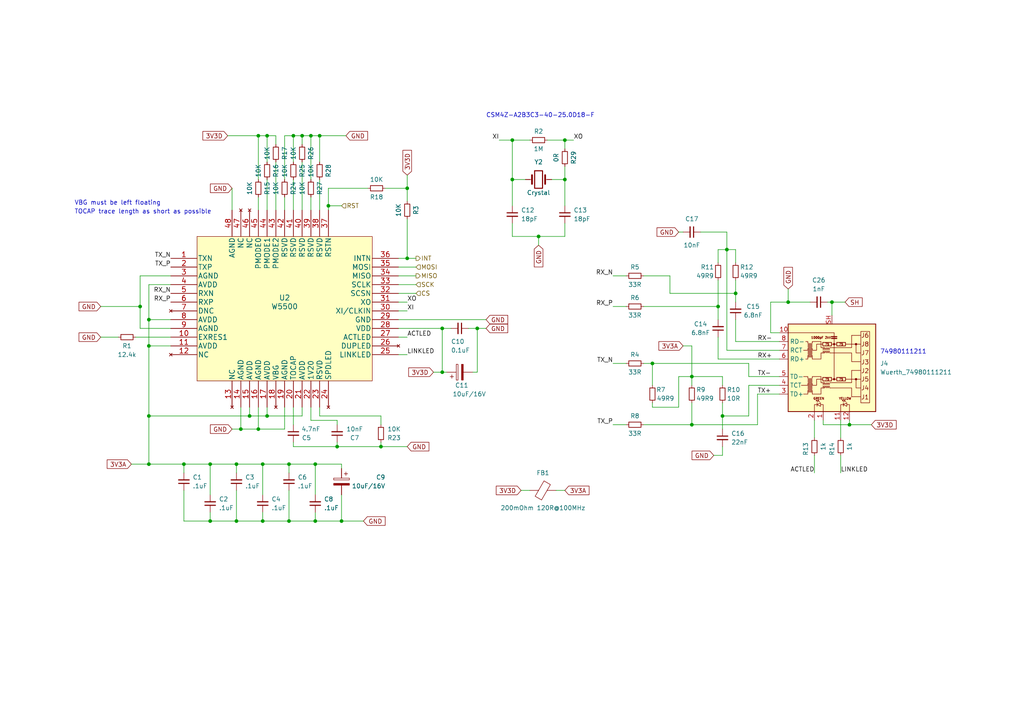
<source format=kicad_sch>
(kicad_sch (version 20211123) (generator eeschema)
  (paper "A4")
  (title_block (title "Wiznet W5500 Ethernet Controller") (date "2022-06-27") (rev "A") (company "Tampere University") (comment 1 "Christian Kaarre"))
  (lib_symbols
    (symbol "Device:C_Polarized" (pin_numbers hide) (pin_names (offset 0.254))
      (property "Reference" "C" (at 0.635 2.54 0))
      (property "Value" "C_Polarized" (at 0.635 -2.54 0))
      (symbol "C_Polarized_0_1"
        (rectangle (start -2.286 0.508) (end 2.286 1.016))
        (polyline (pts (xy -1.778 2.286) (xy -0.762 2.286)))
        (polyline (pts (xy -1.27 2.794) (xy -1.27 1.778)))
        (rectangle (start 2.286 -0.508) (end -2.286 -1.016) (fill (type outline)))
      )
      (symbol "C_Polarized_1_1"
        (pin passive line (at 0 3.81 270) (length 2.794) (name "~") (number "1"))
        (pin passive line (at 0 -3.81 90) (length 2.794) (name "~") (number "2"))
      )
    )
    (symbol "Device:C_Small" (pin_numbers hide) (pin_names (offset 0.254) hide)
      (property "Reference" "C" (at 0.254 1.778 0))
      (property "Value" "C_Small" (at 0.254 -2.032 0))
      (symbol "C_Small_0_1"
        (polyline (pts (xy -1.524 -0.508) (xy 1.524 -0.508)) (stroke (width 0.3302)))
        (polyline (pts (xy -1.524 0.508) (xy 1.524 0.508)) (stroke (width 0.3048)))
      )
      (symbol "C_Small_1_1"
        (pin passive line (at 0 2.54 270) (length 2.032) (name "~") (number "1"))
        (pin passive line (at 0 -2.54 90) (length 2.032) (name "~") (number "2"))
      )
    )
    (symbol "Device:Crystal" (pin_numbers hide) (pin_names (offset 1.016) hide)
      (property "Reference" "Y" (at 0 3.81 0))
      (property "Value" "Crystal" (at 0 -3.81 0))
      (symbol "Crystal_0_1"
        (rectangle (start -1.143 2.54) (end 1.143 -2.54) (stroke (width 0.3048)))
        (polyline (pts (xy -2.54 0) (xy -1.905 0)))
        (polyline (pts (xy -1.905 -1.27) (xy -1.905 1.27)) (stroke (width 0.508)))
        (polyline (pts (xy 1.905 -1.27) (xy 1.905 1.27)) (stroke (width 0.508)))
        (polyline (pts (xy 2.54 0) (xy 1.905 0)))
      )
      (symbol "Crystal_1_1"
        (pin passive line (at -3.81 0 0) (length 1.27) (name "1") (number "1"))
        (pin passive line (at 3.81 0 180) (length 1.27) (name "2") (number "2"))
      )
    )
    (symbol "Device:FerriteBead" (pin_numbers hide) (pin_names (offset 0))
      (property "Reference" "FB" (at -3.81 0.635 90))
      (property "Value" "FerriteBead" (at 3.81 0 90))
      (symbol "FerriteBead_0_1"
        (polyline (pts (xy 0 -1.27) (xy 0 -1.2192)))
        (polyline (pts (xy 0 1.27) (xy 0 1.2954)))
        (polyline (pts (xy -2.7686 0.4064) (xy -1.7018 2.2606) (xy 2.7686 -0.3048) (xy 1.6764 -2.159) (xy -2.7686 0.4064)))
      )
      (symbol "FerriteBead_1_1"
        (pin passive line (at 0 3.81 270) (length 2.54) (name "~") (number "1"))
        (pin passive line (at 0 -3.81 90) (length 2.54) (name "~") (number "2"))
      )
    )
    (symbol "Device:R_Small" (pin_numbers hide) (pin_names (offset 0.254) hide)
      (property "Reference" "R" (at 0.762 0.508 0))
      (property "Value" "R_Small" (at 0.762 -1.016 0))
      (symbol "R_Small_0_1"
        (rectangle (start -0.762 1.778) (end 0.762 -1.778) (stroke (width 0.2032)))
      )
      (symbol "R_Small_1_1"
        (pin passive line (at 0 2.54 270) (length 0.762) (name "~") (number "1"))
        (pin passive line (at 0 -2.54 90) (length 0.762) (name "~") (number "2"))
      )
    )
    (symbol "Wiznet:W5500" (pin_names (offset 0.254))
      (property "Reference" "U" (at 22.86 -26.67 0))
      (property "Value" "W5500" (at -1.27 43.18 0))
      (symbol "W5500_1_1"
        (rectangle (start -26.67 17.78) (end 24.13 -24.13) (fill (type background)))
        (pin unspecified line (at -34.29 11.43 0) (length 7.62) (name "TXN") (number "1"))
        (pin unspecified line (at -34.29 -11.43 0) (length 7.62) (name "EXRES1") (number "10"))
        (pin power_in line (at -34.29 -13.97 0) (length 7.62) (name "AVDD") (number "11"))
        (pin no_connect line (at -34.29 -16.51 0) (length 7.62) (name "NC") (number "12"))
        (pin no_connect line (at -16.51 -31.75 90) (length 7.62) (name "NC") (number "13"))
        (pin power_in line (at -13.97 -31.75 90) (length 7.62) (name "AGND") (number "14"))
        (pin power_in line (at -11.43 -31.75 90) (length 7.62) (name "AVDD") (number "15"))
        (pin power_in line (at -8.89 -31.75 90) (length 7.62) (name "AGND") (number "16"))
        (pin power_in line (at -6.35 -31.75 90) (length 7.62) (name "AVDD") (number "17"))
        (pin no_connect line (at -3.81 -31.75 90) (length 7.62) (name "VBG") (number "18"))
        (pin power_in line (at -1.27 -31.75 90) (length 7.62) (name "AGND") (number "19"))
        (pin unspecified line (at -34.29 8.89 0) (length 7.62) (name "TXP") (number "2"))
        (pin unspecified line (at 1.27 -31.75 90) (length 7.62) (name "TOCAP") (number "20"))
        (pin power_in line (at 3.81 -31.75 90) (length 7.62) (name "AVDD") (number "21"))
        (pin unspecified line (at 6.35 -31.75 90) (length 7.62) (name "1V20") (number "22"))
        (pin input line (at 8.89 -31.75 90) (length 7.62) (name "RSVD") (number "23"))
        (pin no_connect line (at 11.43 -31.75 90) (length 7.62) (name "SPDLED") (number "24"))
        (pin unspecified line (at 31.75 -16.51 180) (length 7.62) (name "LINKLED") (number "25"))
        (pin no_connect line (at 31.75 -13.97 180) (length 7.62) (name "DUPLED") (number "26"))
        (pin unspecified line (at 31.75 -11.43 180) (length 7.62) (name "ACTLED") (number "27"))
        (pin power_in line (at 31.75 -8.89 180) (length 7.62) (name "VDD") (number "28"))
        (pin power_in line (at 31.75 -6.35 180) (length 7.62) (name "GND") (number "29"))
        (pin power_in line (at -34.29 6.35 0) (length 7.62) (name "AGND") (number "3"))
        (pin unspecified line (at 31.75 -3.81 180) (length 7.62) (name "XI/CLKIN") (number "30"))
        (pin unspecified line (at 31.75 -1.27 180) (length 7.62) (name "XO") (number "31"))
        (pin unspecified line (at 31.75 1.27 180) (length 7.62) (name "SCSN") (number "32"))
        (pin unspecified line (at 31.75 3.81 180) (length 7.62) (name "SCLK") (number "33"))
        (pin unspecified line (at 31.75 6.35 180) (length 7.62) (name "MISO") (number "34"))
        (pin unspecified line (at 31.75 8.89 180) (length 7.62) (name "MOSI") (number "35"))
        (pin unspecified line (at 31.75 11.43 180) (length 7.62) (name "INTN") (number "36"))
        (pin unspecified line (at 11.43 25.4 270) (length 7.62) (name "RSTN") (number "37"))
        (pin input line (at 8.89 25.4 270) (length 7.62) (name "RSVD") (number "38"))
        (pin input line (at 6.35 25.4 270) (length 7.62) (name "RSVD") (number "39"))
        (pin power_in line (at -34.29 3.81 0) (length 7.62) (name "AVDD") (number "4"))
        (pin input line (at 3.81 25.4 270) (length 7.62) (name "RSVD") (number "40"))
        (pin input line (at 1.27 25.4 270) (length 7.62) (name "RSVD") (number "41"))
        (pin input line (at -1.27 25.4 270) (length 7.62) (name "RSVD") (number "42"))
        (pin bidirectional line (at -3.81 25.4 270) (length 7.62) (name "PMODE2") (number "43"))
        (pin bidirectional line (at -6.35 25.4 270) (length 7.62) (name "PMODE1") (number "44"))
        (pin bidirectional line (at -8.89 25.4 270) (length 7.62) (name "PMODE0") (number "45"))
        (pin no_connect line (at -11.43 25.4 270) (length 7.62) (name "NC") (number "46"))
        (pin no_connect line (at -13.97 25.4 270) (length 7.62) (name "NC") (number "47"))
        (pin power_in line (at -16.51 25.4 270) (length 7.62) (name "AGND") (number "48"))
        (pin unspecified line (at -34.29 1.27 0) (length 7.62) (name "RXN") (number "5"))
        (pin unspecified line (at -34.29 -1.27 0) (length 7.62) (name "RXP") (number "6"))
        (pin no_connect line (at -34.29 -3.81 0) (length 7.62) (name "DNC") (number "7"))
        (pin power_in line (at -34.29 -6.35 0) (length 7.62) (name "AVDD") (number "8"))
        (pin power_in line (at -34.29 -8.89 0) (length 7.62) (name "AGND") (number "9"))
      )
    )
    (symbol "Wuerth:Wuerth_74980111211"
      (property "Reference" "J" (at 12.7 13.97 0))
      (property "Value" "Wuerth_74980111211" (at 0 -16.51 0))
      (symbol "Wuerth_74980111211_0_0"
        (rectangle (start -12.7 12.7) (end 12.7 -12.7) (stroke (width 0.254)) (fill (type background)))
        (polyline (pts (xy -3.937 -6.858) (xy -8.255 -6.858)))
        (polyline (pts (xy -3.937 3.302) (xy -8.255 3.302)))
        (polyline (pts (xy -0.635 -10.16) (xy 12.7 -10.16)))
        (polyline (pts (xy 8.255 -5.08) (xy 6.985 -5.08)))
        (polyline (pts (xy 8.89 5.08) (xy 6.985 5.08)))
        (polyline (pts (xy 0.635 -4.318) (xy -5.715 -4.318) (xy -5.715 -1.778) (xy -8.255 -1.778)))
        (polyline (pts (xy 0.635 5.842) (xy -5.715 5.842) (xy -5.715 8.382) (xy -8.255 8.382)))
        (polyline (pts (xy 2.667 -6.858) (xy 4.445 -6.858) (xy 4.445 -5.08) (xy 5.715 -5.08)))
        (polyline (pts (xy 2.667 3.302) (xy 4.445 3.302) (xy 4.445 5.08) (xy 5.715 5.08)))
        (text "1000pF 2kV" (at 3.175 -8.763 0) (effects (font (size 0.635 0.635))))
        (text "75" (at -2.667 -6.858 0) (effects (font (size 0.635 0.635))))
        (text "75" (at -2.667 3.302 0) (effects (font (size 0.635 0.635))))
        (text "75" (at 1.397 -6.858 0) (effects (font (size 0.635 0.635))))
        (text "75" (at 1.397 3.302 0) (effects (font (size 0.635 0.635))))
        (text "GREEN" (at 3.81 8.89 0) (effects (font (size 0.635 0.635))))
        (text "J1" (at -10.795 8.509 0) (effects (font (size 1.27 1.27)) (justify left)))
        (text "J2" (at -10.795 0.889 0) (effects (font (size 1.27 1.27)) (justify left)))
        (text "J3" (at -10.795 -1.651 0) (effects (font (size 1.27 1.27)) (justify left)))
        (text "J4" (at -10.795 5.842 0) (effects (font (size 1.27 1.27)) (justify left)))
        (text "J5" (at -10.795 3.302 0) (effects (font (size 1.27 1.27)) (justify left)))
        (text "J6" (at -10.795 -9.398 0) (effects (font (size 1.27 1.27)) (justify left)))
        (text "J7" (at -10.795 -4.318 0) (effects (font (size 1.27 1.27)) (justify left)))
        (text "J8" (at -10.795 -6.858 0) (effects (font (size 1.27 1.27)) (justify left)))
        (text "YELLOW" (at -3.81 8.89 0) (effects (font (size 0.635 0.635))))
      )
      (symbol "Wuerth_74980111211_0_1"
        (rectangle (start -8.382 -10.541) (end -10.922 10.16))
        (circle (center -6.985 -6.858) (radius 0.254) (fill (type outline)))
        (circle (center -6.985 3.302) (radius 0.254) (fill (type outline)))
        (rectangle (start -3.937 -7.366) (end -1.397 -6.35) (stroke (width 0.2032)))
        (rectangle (start -3.937 2.794) (end -1.397 3.81) (stroke (width 0.2032)))
        (circle (center -0.635 -6.858) (radius 0.254) (fill (type outline)))
        (circle (center -0.635 3.302) (radius 0.254) (fill (type outline)))
        (polyline (pts (xy -5.715 -9.398) (xy -8.255 -9.398)))
        (polyline (pts (xy -5.715 0.762) (xy -8.255 0.762)))
        (polyline (pts (xy -3.556 9.398) (xy -4.064 9.906)))
        (polyline (pts (xy -3.302 11.176) (xy -3.302 10.16)))
        (polyline (pts (xy -3.048 9.398) (xy -3.556 9.906)))
        (polyline (pts (xy -1.397 -9.017) (xy 0.127 -9.017)) (stroke (width 0.3302)))
        (polyline (pts (xy -1.397 -8.509) (xy 0.127 -8.509)) (stroke (width 0.3048)))
        (polyline (pts (xy -0.635 3.302) (xy -1.397 3.302)))
        (polyline (pts (xy 0.127 -6.858) (xy -1.397 -6.858)))
        (polyline (pts (xy 0.635 -5.334) (xy 2.667 -5.334)))
        (polyline (pts (xy 0.635 4.826) (xy 2.667 4.826)))
        (polyline (pts (xy 2.667 -4.826) (xy 0.635 -4.826)))
        (polyline (pts (xy 2.667 5.334) (xy 0.635 5.334)))
        (polyline (pts (xy 4.064 9.398) (xy 3.556 9.906)))
        (polyline (pts (xy 4.318 11.176) (xy 4.318 10.16)))
        (polyline (pts (xy 4.572 9.398) (xy 4.064 9.906)))
        (polyline (pts (xy 6.223 -3.048) (xy 6.223 -7.112)))
        (polyline (pts (xy 6.223 7.112) (xy 6.223 3.048)))
        (polyline (pts (xy 6.477 -7.112) (xy 6.477 -3.048)))
        (polyline (pts (xy 6.477 3.048) (xy 6.477 7.112)))
        (polyline (pts (xy -6.985 -6.858) (xy -6.985 -4.318) (xy -8.255 -4.318)))
        (polyline (pts (xy -6.985 3.302) (xy -6.985 5.842) (xy -8.255 5.842)))
        (polyline (pts (xy -5.08 12.7) (xy -5.08 10.668) (xy -4.318 10.668)))
        (polyline (pts (xy -3.556 9.652) (xy -3.556 9.398) (xy -3.81 9.398)))
        (polyline (pts (xy -3.048 9.652) (xy -3.048 9.398) (xy -3.302 9.398)))
        (polyline (pts (xy -2.54 12.7) (xy -2.54 10.668) (xy -3.302 10.668)))
        (polyline (pts (xy -0.635 -10.16) (xy -0.635 3.302) (xy 0 3.302)))
        (polyline (pts (xy 0.635 -5.842) (xy -5.715 -5.842) (xy -5.715 -9.398)))
        (polyline (pts (xy 0.635 4.318) (xy -5.715 4.318) (xy -5.715 0.762)))
        (polyline (pts (xy 2.54 12.7) (xy 2.54 10.668) (xy 3.302 10.668)))
        (polyline (pts (xy 4.064 9.652) (xy 4.064 9.398) (xy 3.81 9.398)))
        (polyline (pts (xy 4.572 9.652) (xy 4.572 9.398) (xy 4.318 9.398)))
        (polyline (pts (xy 5.08 12.7) (xy 5.08 10.668) (xy 4.318 10.668)))
        (polyline (pts (xy 6.985 -7.112) (xy 6.985 -7.62) (xy 7.62 -7.62)))
        (polyline (pts (xy 6.985 -3.048) (xy 6.985 -2.54) (xy 7.62 -2.54)))
        (polyline (pts (xy 6.985 3.048) (xy 6.985 2.54) (xy 8.255 2.54)))
        (polyline (pts (xy 6.985 7.112) (xy 6.985 7.62) (xy 8.255 7.62)))
        (polyline (pts (xy -3.302 10.668) (xy -4.318 11.176) (xy -4.318 10.16) (xy -3.302 10.668)))
        (polyline (pts (xy 4.318 10.668) (xy 3.302 11.176) (xy 3.302 10.16) (xy 4.318 10.668)))
        (polyline (pts (xy 2.667 -4.318) (xy 3.175 -4.318) (xy 3.175 -2.54) (xy 5.715 -2.54) (xy 5.715 -3.048)))
        (polyline (pts (xy 2.667 5.842) (xy 3.175 5.842) (xy 3.175 7.62) (xy 5.715 7.62) (xy 5.715 7.112)))
        (polyline (pts (xy 5.715 -7.112) (xy 5.715 -7.62) (xy 3.175 -7.62) (xy 3.175 -5.842) (xy 2.667 -5.842)))
        (polyline (pts (xy 5.715 3.048) (xy 5.715 2.54) (xy 3.175 2.54) (xy 3.175 4.318) (xy 2.667 4.318)))
        (rectangle (start 0.127 -7.366) (end 2.667 -6.35) (stroke (width 0.2032)))
        (rectangle (start 0.127 2.794) (end 2.667 3.81) (stroke (width 0.2032)))
        (arc (start 0.635 -4.318) (mid 0.889 -4.572) (end 1.143 -4.318))
        (arc (start 0.635 5.842) (mid 0.889 5.588) (end 1.143 5.842))
        (arc (start 1.143 -5.842) (mid 0.889 -5.588) (end 0.635 -5.842))
        (arc (start 1.143 -4.318) (mid 1.397 -4.572) (end 1.651 -4.318))
        (arc (start 1.143 4.318) (mid 0.889 4.572) (end 0.635 4.318))
        (arc (start 1.143 5.842) (mid 1.397 5.588) (end 1.651 5.842))
        (arc (start 1.651 -5.842) (mid 1.397 -5.588) (end 1.143 -5.842))
        (arc (start 1.651 -4.318) (mid 1.905 -4.572) (end 2.159 -4.318))
        (arc (start 1.651 4.318) (mid 1.397 4.572) (end 1.143 4.318))
        (arc (start 1.651 5.842) (mid 1.905 5.588) (end 2.159 5.842))
        (arc (start 2.159 -5.842) (mid 1.905 -5.588) (end 1.651 -5.842))
        (arc (start 2.159 -4.318) (mid 2.413 -4.572) (end 2.667 -4.318))
        (arc (start 2.159 4.318) (mid 1.905 4.572) (end 1.651 4.318))
        (arc (start 2.159 5.842) (mid 2.413 5.588) (end 2.667 5.842))
        (circle (center 2.413 -5.8674) (radius 0.0762) (stroke (width 0.0254)) (fill (type outline)))
        (circle (center 2.413 -4.2926) (radius 0.0762) (stroke (width 0.0254)) (fill (type outline)))
        (circle (center 2.413 4.2926) (radius 0.0762) (stroke (width 0.0254)) (fill (type outline)))
        (circle (center 2.413 5.8674) (radius 0.0762) (stroke (width 0.0254)) (fill (type outline)))
        (arc (start 2.667 -5.842) (mid 2.413 -5.588) (end 2.159 -5.842))
        (arc (start 2.667 4.318) (mid 2.413 4.572) (end 2.159 4.318))
        (circle (center 5.6896 -5.334) (radius 0.0762) (stroke (width 0.0254)) (fill (type outline)))
        (circle (center 5.6896 -3.302) (radius 0.0762) (stroke (width 0.0254)) (fill (type outline)))
        (circle (center 5.6896 4.826) (radius 0.0762) (stroke (width 0.0254)) (fill (type outline)))
        (circle (center 5.6896 6.858) (radius 0.0762) (stroke (width 0.0254)) (fill (type outline)))
        (arc (start 5.715 -7.112) (mid 5.969 -6.858) (end 5.715 -6.604))
        (arc (start 5.715 -6.604) (mid 5.969 -6.35) (end 5.715 -6.096))
        (arc (start 5.715 -6.096) (mid 5.969 -5.842) (end 5.715 -5.588))
        (arc (start 5.715 -5.588) (mid 5.969 -5.334) (end 5.715 -5.08))
        (arc (start 5.715 -5.08) (mid 5.969 -4.826) (end 5.715 -4.572))
        (arc (start 5.715 -4.572) (mid 5.969 -4.318) (end 5.715 -4.064))
        (arc (start 5.715 -4.064) (mid 5.969 -3.81) (end 5.715 -3.556))
        (arc (start 5.715 -3.556) (mid 5.969 -3.302) (end 5.715 -3.048))
        (arc (start 5.715 3.048) (mid 5.969 3.302) (end 5.715 3.556))
        (arc (start 5.715 3.556) (mid 5.969 3.81) (end 5.715 4.064))
        (arc (start 5.715 4.064) (mid 5.969 4.318) (end 5.715 4.572))
        (arc (start 5.715 4.572) (mid 5.969 4.826) (end 5.715 5.08))
        (arc (start 5.715 5.08) (mid 5.969 5.334) (end 5.715 5.588))
        (arc (start 5.715 5.588) (mid 5.969 5.842) (end 5.715 6.096))
        (arc (start 5.715 6.096) (mid 5.969 6.35) (end 5.715 6.604))
        (arc (start 5.715 6.604) (mid 5.969 6.858) (end 5.715 7.112))
        (arc (start 6.985 -6.604) (mid 6.731 -6.858) (end 6.985 -7.112))
        (arc (start 6.985 -6.096) (mid 6.731 -6.35) (end 6.985 -6.604))
        (arc (start 6.985 -5.588) (mid 6.731 -5.842) (end 6.985 -6.096))
        (arc (start 6.985 -5.08) (mid 6.731 -5.334) (end 6.985 -5.588))
        (arc (start 6.985 -4.572) (mid 6.731 -4.826) (end 6.985 -5.08))
        (arc (start 6.985 -4.064) (mid 6.731 -4.318) (end 6.985 -4.572))
        (arc (start 6.985 -3.556) (mid 6.731 -3.81) (end 6.985 -4.064))
        (arc (start 6.985 -3.048) (mid 6.731 -3.302) (end 6.985 -3.556))
        (arc (start 6.985 3.556) (mid 6.731 3.302) (end 6.985 3.048))
        (arc (start 6.985 4.064) (mid 6.731 3.81) (end 6.985 3.556))
        (arc (start 6.985 4.572) (mid 6.731 4.318) (end 6.985 4.064))
        (arc (start 6.985 5.08) (mid 6.731 4.826) (end 6.985 4.572))
        (arc (start 6.985 5.588) (mid 6.731 5.334) (end 6.985 5.08))
        (arc (start 6.985 6.096) (mid 6.731 5.842) (end 6.985 5.588))
        (arc (start 6.985 6.604) (mid 6.731 6.35) (end 6.985 6.096))
        (arc (start 6.985 7.112) (mid 6.731 6.858) (end 6.985 6.604))
        (circle (center 7.0104 -5.334) (radius 0.0762) (stroke (width 0.0254)) (fill (type outline)))
        (circle (center 7.0104 -3.302) (radius 0.0762) (stroke (width 0.0254)) (fill (type outline)))
        (circle (center 7.0104 4.826) (radius 0.0762) (stroke (width 0.0254)) (fill (type outline)))
        (circle (center 7.0104 6.858) (radius 0.0762) (stroke (width 0.0254)) (fill (type outline)))
      )
      (symbol "Wuerth_74980111211_1_1"
        (pin passive line (at 2.54 15.24 270) (length 2.54) (name "~") (number "1"))
        (pin passive line (at 15.24 -10.16 180) (length 2.54) (name "~") (number "10"))
        (pin passive line (at -2.54 15.24 270) (length 2.54) (name "~") (number "11"))
        (pin passive line (at -5.08 15.24 270) (length 2.54) (name "~") (number "12"))
        (pin passive line (at 5.08 15.24 270) (length 2.54) (name "~") (number "2"))
        (pin passive line (at 15.24 7.62 180) (length 2.54) (name "TD+") (number "3"))
        (pin passive line (at 15.24 5.08 180) (length 2.54) (name "TCT") (number "4"))
        (pin passive line (at 15.24 2.54 180) (length 2.54) (name "TD-") (number "5"))
        (pin passive line (at 15.24 -2.54 180) (length 2.54) (name "RD+") (number "6"))
        (pin passive line (at 15.24 -5.08 180) (length 2.54) (name "RCT") (number "7"))
        (pin passive line (at 15.24 -7.62 180) (length 2.54) (name "RD-") (number "8"))
        (pin passive line (at 0 -15.24 90) (length 2.54) (name "~") (number "SH"))
      )
    )
  )
  (junction (at 156.21 68.58))
  (junction (at 60.96 134.62))
  (junction (at 128.27 95.25))
  (junction (at 241.3 87.63))
  (junction (at 163.83 40.64))
  (junction (at 200.66 109.22))
  (junction (at 74.93 39.37))
  (junction (at 91.44 151.13))
  (junction (at 228.6 87.63))
  (junction (at 99.06 151.13))
  (junction (at 72.39 120.65))
  (junction (at 95.25 59.69))
  (junction (at 60.96 151.13))
  (junction (at 246.38 123.19))
  (junction (at 90.17 39.37))
  (junction (at 83.82 134.62))
  (junction (at 110.49 129.54))
  (junction (at 97.79 129.54))
  (junction (at 128.27 107.95))
  (junction (at 118.11 74.93))
  (junction (at 68.58 134.62))
  (junction (at 43.18 120.65))
  (junction (at 210.82 72.39))
  (junction (at 40.64 88.9))
  (junction (at 43.18 134.62))
  (junction (at 148.59 40.64))
  (junction (at 76.2 134.62))
  (junction (at 77.47 39.37))
  (junction (at 43.18 100.33))
  (junction (at 189.23 105.41))
  (junction (at 43.18 92.71))
  (junction (at 163.83 52.07))
  (junction (at 148.59 52.07))
  (junction (at 200.66 123.19))
  (junction (at 213.36 85.09))
  (junction (at 76.2 151.13))
  (junction (at 83.82 151.13))
  (junction (at 87.63 39.37))
  (junction (at 209.55 120.65))
  (junction (at 138.43 95.25))
  (junction (at 53.34 134.62))
  (junction (at 68.58 151.13))
  (junction (at 118.11 54.61))
  (junction (at 77.47 120.65))
  (junction (at 91.44 134.62))
  (junction (at 92.71 39.37))
  (junction (at 85.09 39.37))
  (junction (at 69.85 124.46))
  (junction (at 208.28 88.9))
  (junction (at 74.93 124.46))
  (wire (pts (xy 72.39 120.65) (xy 43.18 120.65)))
  (wire (pts (xy 53.34 151.13) (xy 60.96 151.13)))
  (wire (pts (xy 189.23 105.41) (xy 217.17 105.41)))
  (wire (pts (xy 118.11 90.17) (xy 115.57 90.17)))
  (wire (pts (xy 177.8 80.01) (xy 181.61 80.01)))
  (wire (pts (xy 69.85 124.46) (xy 74.93 124.46)))
  (wire (pts (xy 120.65 82.55) (xy 115.57 82.55)))
  (wire (pts (xy 74.93 124.46) (xy 82.55 124.46)))
  (wire (pts (xy 138.43 95.25) (xy 140.97 95.25)))
  (wire (pts (xy 186.69 123.19) (xy 200.66 123.19)))
  (wire (pts (xy 120.65 80.01) (xy 115.57 80.01)))
  (wire (pts (xy 43.18 100.33) (xy 43.18 120.65)))
  (wire (pts (xy 177.8 88.9) (xy 181.61 88.9)))
  (wire (pts (xy 40.64 80.01) (xy 49.53 80.01)))
  (wire (pts (xy 163.83 52.07) (xy 163.83 59.69)))
  (wire (pts (xy 83.82 151.13) (xy 91.44 151.13)))
  (wire (pts (xy 91.44 151.13) (xy 91.44 148.59)))
  (wire (pts (xy 228.6 87.63) (xy 234.95 87.63)))
  (wire (pts (xy 189.23 118.11) (xy 196.85 118.11)))
  (wire (pts (xy 60.96 143.51) (xy 60.96 134.62)))
  (wire (pts (xy 151.13 142.24) (xy 153.67 142.24)))
  (wire (pts (xy 118.11 97.79) (xy 115.57 97.79)))
  (wire (pts (xy 85.09 128.27) (xy 85.09 129.54)))
  (wire (pts (xy 148.59 68.58) (xy 156.21 68.58)))
  (wire (pts (xy 213.36 85.09) (xy 213.36 87.63)))
  (wire (pts (xy 156.21 68.58) (xy 163.83 68.58)))
  (wire (pts (xy 90.17 121.92) (xy 97.79 121.92)))
  (wire (pts (xy 77.47 39.37) (xy 77.47 46.99)))
  (wire (pts (xy 243.84 121.92) (xy 243.84 127)))
  (wire (pts (xy 194.31 85.09) (xy 213.36 85.09)))
  (wire (pts (xy 194.31 80.01) (xy 194.31 85.09)))
  (wire (pts (xy 228.6 83.82) (xy 228.6 87.63)))
  (wire (pts (xy 77.47 120.65) (xy 72.39 120.65)))
  (wire (pts (xy 120.65 77.47) (xy 115.57 77.47)))
  (wire (pts (xy 163.83 40.64) (xy 163.83 43.18)))
  (wire (pts (xy 210.82 67.31) (xy 203.2 67.31)))
  (wire (pts (xy 236.22 121.92) (xy 236.22 127)))
  (wire (pts (xy 83.82 142.24) (xy 83.82 151.13)))
  (wire (pts (xy 241.3 87.63) (xy 245.11 87.63)))
  (wire (pts (xy 92.71 39.37) (xy 100.33 39.37)))
  (wire (pts (xy 128.27 95.25) (xy 128.27 107.95)))
  (wire (pts (xy 92.71 118.11) (xy 92.71 120.65)))
  (wire (pts (xy 148.59 52.07) (xy 152.4 52.07)))
  (wire (pts (xy 87.63 39.37) (xy 90.17 39.37)))
  (wire (pts (xy 209.55 116.84) (xy 209.55 120.65)))
  (wire (pts (xy 138.43 95.25) (xy 138.43 107.95)))
  (wire (pts (xy 208.28 72.39) (xy 208.28 76.2)))
  (wire (pts (xy 76.2 151.13) (xy 83.82 151.13)))
  (wire (pts (xy 92.71 39.37) (xy 92.71 46.99)))
  (wire (pts (xy 208.28 97.79) (xy 208.28 104.14)))
  (wire (pts (xy 158.75 40.64) (xy 163.83 40.64)))
  (wire (pts (xy 60.96 148.59) (xy 60.96 151.13)))
  (wire (pts (xy 115.57 95.25) (xy 128.27 95.25)))
  (wire (pts (xy 163.83 64.77) (xy 163.83 68.58)))
  (wire (pts (xy 68.58 134.62) (xy 76.2 134.62)))
  (wire (pts (xy 40.64 80.01) (xy 40.64 88.9)))
  (wire (pts (xy 91.44 143.51) (xy 91.44 134.62)))
  (wire (pts (xy 160.02 52.07) (xy 163.83 52.07)))
  (wire (pts (xy 110.49 120.65) (xy 110.49 123.19)))
  (wire (pts (xy 74.93 39.37) (xy 74.93 52.07)))
  (wire (pts (xy 226.06 111.76) (xy 217.17 111.76)))
  (wire (pts (xy 90.17 39.37) (xy 92.71 39.37)))
  (wire (pts (xy 130.81 95.25) (xy 128.27 95.25)))
  (wire (pts (xy 85.09 52.07) (xy 85.09 60.96)))
  (wire (pts (xy 90.17 39.37) (xy 90.17 52.07)))
  (wire (pts (xy 80.01 41.91) (xy 80.01 39.37)))
  (wire (pts (xy 213.36 81.28) (xy 213.36 85.09)))
  (wire (pts (xy 43.18 82.55) (xy 49.53 82.55)))
  (wire (pts (xy 99.06 143.51) (xy 99.06 151.13)))
  (wire (pts (xy 72.39 120.65) (xy 72.39 118.11)))
  (wire (pts (xy 209.55 109.22) (xy 209.55 111.76)))
  (wire (pts (xy 118.11 102.87) (xy 115.57 102.87)))
  (wire (pts (xy 200.66 116.84) (xy 200.66 123.19)))
  (wire (pts (xy 209.55 120.65) (xy 217.17 120.65)))
  (wire (pts (xy 189.23 116.84) (xy 189.23 118.11)))
  (wire (pts (xy 43.18 82.55) (xy 43.18 92.71)))
  (wire (pts (xy 213.36 92.71) (xy 213.36 99.06)))
  (wire (pts (xy 177.8 123.19) (xy 181.61 123.19)))
  (wire (pts (xy 148.59 40.64) (xy 153.67 40.64)))
  (wire (pts (xy 217.17 105.41) (xy 217.17 109.22)))
  (wire (pts (xy 118.11 50.8) (xy 118.11 54.61)))
  (wire (pts (xy 223.52 87.63) (xy 228.6 87.63)))
  (wire (pts (xy 87.63 120.65) (xy 77.47 120.65)))
  (wire (pts (xy 77.47 120.65) (xy 77.47 118.11)))
  (wire (pts (xy 217.17 111.76) (xy 217.17 120.65)))
  (wire (pts (xy 99.06 151.13) (xy 105.41 151.13)))
  (wire (pts (xy 43.18 92.71) (xy 43.18 100.33)))
  (wire (pts (xy 209.55 129.54) (xy 209.55 132.08)))
  (wire (pts (xy 43.18 92.71) (xy 49.53 92.71)))
  (wire (pts (xy 210.82 72.39) (xy 210.82 67.31)))
  (wire (pts (xy 43.18 134.62) (xy 38.1 134.62)))
  (wire (pts (xy 223.52 87.63) (xy 223.52 96.52)))
  (wire (pts (xy 95.25 54.61) (xy 95.25 59.69)))
  (wire (pts (xy 210.82 101.6) (xy 226.06 101.6)))
  (wire (pts (xy 85.09 129.54) (xy 97.79 129.54)))
  (wire (pts (xy 106.68 54.61) (xy 95.25 54.61)))
  (wire (pts (xy 29.21 97.79) (xy 34.29 97.79)))
  (wire (pts (xy 99.06 134.62) (xy 99.06 135.89)))
  (wire (pts (xy 210.82 72.39) (xy 213.36 72.39)))
  (wire (pts (xy 236.22 132.08) (xy 236.22 137.16)))
  (wire (pts (xy 40.64 88.9) (xy 40.64 95.25)))
  (wire (pts (xy 200.66 100.33) (xy 198.12 100.33)))
  (wire (pts (xy 210.82 72.39) (xy 210.82 101.6)))
  (wire (pts (xy 85.09 39.37) (xy 85.09 46.99)))
  (wire (pts (xy 200.66 109.22) (xy 200.66 100.33)))
  (wire (pts (xy 43.18 100.33) (xy 49.53 100.33)))
  (wire (pts (xy 82.55 52.07) (xy 82.55 39.37)))
  (wire (pts (xy 196.85 109.22) (xy 200.66 109.22)))
  (wire (pts (xy 60.96 134.62) (xy 68.58 134.62)))
  (wire (pts (xy 240.03 87.63) (xy 241.3 87.63)))
  (wire (pts (xy 241.3 87.63) (xy 241.3 91.44)))
  (wire (pts (xy 43.18 120.65) (xy 43.18 134.62)))
  (wire (pts (xy 110.49 128.27) (xy 110.49 129.54)))
  (wire (pts (xy 252.73 123.19) (xy 246.38 123.19)))
  (wire (pts (xy 74.93 118.11) (xy 74.93 124.46)))
  (wire (pts (xy 140.97 92.71) (xy 115.57 92.71)))
  (wire (pts (xy 120.65 85.09) (xy 115.57 85.09)))
  (wire (pts (xy 82.55 118.11) (xy 82.55 124.46)))
  (wire (pts (xy 68.58 151.13) (xy 76.2 151.13)))
  (wire (pts (xy 163.83 40.64) (xy 166.37 40.64)))
  (wire (pts (xy 43.18 134.62) (xy 53.34 134.62)))
  (wire (pts (xy 208.28 88.9) (xy 208.28 92.71)))
  (wire (pts (xy 90.17 118.11) (xy 90.17 121.92)))
  (wire (pts (xy 95.25 59.69) (xy 99.06 59.69)))
  (wire (pts (xy 118.11 74.93) (xy 120.65 74.93)))
  (wire (pts (xy 91.44 134.62) (xy 99.06 134.62)))
  (wire (pts (xy 97.79 128.27) (xy 97.79 129.54)))
  (wire (pts (xy 53.34 142.24) (xy 53.34 151.13)))
  (wire (pts (xy 83.82 137.16) (xy 83.82 134.62)))
  (wire (pts (xy 148.59 64.77) (xy 148.59 68.58)))
  (wire (pts (xy 219.71 114.3) (xy 219.71 123.19)))
  (wire (pts (xy 40.64 95.25) (xy 49.53 95.25)))
  (wire (pts (xy 118.11 54.61) (xy 111.76 54.61)))
  (wire (pts (xy 87.63 39.37) (xy 87.63 41.91)))
  (wire (pts (xy 137.16 107.95) (xy 138.43 107.95)))
  (wire (pts (xy 200.66 123.19) (xy 219.71 123.19)))
  (wire (pts (xy 219.71 114.3) (xy 226.06 114.3)))
  (wire (pts (xy 163.83 142.24) (xy 161.29 142.24)))
  (wire (pts (xy 60.96 151.13) (xy 68.58 151.13)))
  (wire (pts (xy 129.54 107.95) (xy 128.27 107.95)))
  (wire (pts (xy 76.2 148.59) (xy 76.2 151.13)))
  (wire (pts (xy 83.82 134.62) (xy 91.44 134.62)))
  (wire (pts (xy 85.09 118.11) (xy 85.09 123.19)))
  (wire (pts (xy 156.21 68.58) (xy 156.21 71.12)))
  (wire (pts (xy 110.49 129.54) (xy 97.79 129.54)))
  (wire (pts (xy 87.63 46.99) (xy 87.63 60.96)))
  (wire (pts (xy 118.11 54.61) (xy 118.11 58.42)))
  (wire (pts (xy 177.8 105.41) (xy 181.61 105.41)))
  (wire (pts (xy 91.44 151.13) (xy 99.06 151.13)))
  (wire (pts (xy 77.47 52.07) (xy 77.47 60.96)))
  (wire (pts (xy 128.27 107.95) (xy 125.73 107.95)))
  (wire (pts (xy 87.63 120.65) (xy 87.63 118.11)))
  (wire (pts (xy 80.01 39.37) (xy 77.47 39.37)))
  (wire (pts (xy 90.17 57.15) (xy 90.17 60.96)))
  (wire (pts (xy 95.25 59.69) (xy 95.25 60.96)))
  (wire (pts (xy 196.85 67.31) (xy 198.12 67.31)))
  (wire (pts (xy 69.85 118.11) (xy 69.85 124.46)))
  (wire (pts (xy 209.55 120.65) (xy 209.55 124.46)))
  (wire (pts (xy 76.2 134.62) (xy 83.82 134.62)))
  (wire (pts (xy 213.36 76.2) (xy 213.36 72.39)))
  (wire (pts (xy 67.31 124.46) (xy 69.85 124.46)))
  (wire (pts (xy 217.17 109.22) (xy 226.06 109.22)))
  (wire (pts (xy 186.69 105.41) (xy 189.23 105.41)))
  (wire (pts (xy 186.69 80.01) (xy 194.31 80.01)))
  (wire (pts (xy 189.23 105.41) (xy 189.23 111.76)))
  (wire (pts (xy 148.59 52.07) (xy 148.59 59.69)))
  (wire (pts (xy 97.79 121.92) (xy 97.79 123.19)))
  (wire (pts (xy 208.28 81.28) (xy 208.28 88.9)))
  (wire (pts (xy 110.49 129.54) (xy 118.11 129.54)))
  (wire (pts (xy 196.85 118.11) (xy 196.85 109.22)))
  (wire (pts (xy 67.31 54.61) (xy 67.31 60.96)))
  (wire (pts (xy 213.36 99.06) (xy 226.06 99.06)))
  (wire (pts (xy 118.11 87.63) (xy 115.57 87.63)))
  (wire (pts (xy 85.09 39.37) (xy 87.63 39.37)))
  (wire (pts (xy 115.57 74.93) (xy 118.11 74.93)))
  (wire (pts (xy 226.06 96.52) (xy 223.52 96.52)))
  (wire (pts (xy 186.69 88.9) (xy 208.28 88.9)))
  (wire (pts (xy 138.43 95.25) (xy 135.89 95.25)))
  (wire (pts (xy 74.93 39.37) (xy 66.04 39.37)))
  (wire (pts (xy 53.34 134.62) (xy 53.34 137.16)))
  (wire (pts (xy 208.28 104.14) (xy 226.06 104.14)))
  (wire (pts (xy 238.76 123.19) (xy 238.76 121.92)))
  (wire (pts (xy 92.71 120.65) (xy 110.49 120.65)))
  (wire (pts (xy 243.84 132.08) (xy 243.84 137.16)))
  (wire (pts (xy 246.38 121.92) (xy 246.38 123.19)))
  (wire (pts (xy 39.37 97.79) (xy 49.53 97.79)))
  (wire (pts (xy 92.71 52.07) (xy 92.71 60.96)))
  (wire (pts (xy 80.01 46.99) (xy 80.01 60.96)))
  (wire (pts (xy 68.58 142.24) (xy 68.58 151.13)))
  (wire (pts (xy 76.2 143.51) (xy 76.2 134.62)))
  (wire (pts (xy 118.11 63.5) (xy 118.11 74.93)))
  (wire (pts (xy 144.78 40.64) (xy 148.59 40.64)))
  (wire (pts (xy 74.93 57.15) (xy 74.93 60.96)))
  (wire (pts (xy 82.55 57.15) (xy 82.55 60.96)))
  (wire (pts (xy 209.55 132.08) (xy 207.01 132.08)))
  (wire (pts (xy 29.21 88.9) (xy 40.64 88.9)))
  (wire (pts (xy 82.55 39.37) (xy 85.09 39.37)))
  (wire (pts (xy 238.76 123.19) (xy 246.38 123.19)))
  (wire (pts (xy 53.34 134.62) (xy 60.96 134.62)))
  (wire (pts (xy 200.66 109.22) (xy 200.66 111.76)))
  (wire (pts (xy 200.66 109.22) (xy 209.55 109.22)))
  (wire (pts (xy 163.83 48.26) (xy 163.83 52.07)))
  (wire (pts (xy 68.58 137.16) (xy 68.58 134.62)))
  (wire (pts (xy 77.47 39.37) (xy 74.93 39.37)))
  (wire (pts (xy 148.59 40.64) (xy 148.59 52.07)))
  (wire (pts (xy 210.82 72.39) (xy 208.28 72.39)))
  (text "CSM4Z-A2B3C3-40-25.0D18-F" (at 140.97 34.29 0) (effects (font (size 1.27 1.27)) (justify left bottom)))
  (text "VBG must be left floating" (at 21.59 59.69 0) (effects (font (size 1.27 1.27)) (justify left bottom)))
  (text "TOCAP trace length as short as possible" (at 21.59 62.23 0) (effects (font (size 1.27 1.27)) (justify left bottom)))
  (text "74980111211" (at 255.27 102.87 0) (effects (font (size 1.27 1.27)) (justify left bottom)))
  (label "TX_P" (at 49.53 77.47 180))
  (label "RX_P" (at 49.53 87.63 180))
  (label "RX_N" (at 177.8 80.01 180))
  (label "LINKLED" (at 243.84 137.16 0))
  (label "TX-" (at 219.71 109.22 0))
  (label "RX+" (at 219.71 104.14 0))
  (label "XI" (at 144.78 40.64 180))
  (label "RX_P" (at 177.8 88.9 180))
  (label "RX-" (at 219.71 99.06 0))
  (label "TX_N" (at 49.53 74.93 180))
  (label "LINKLED" (at 118.11 102.87 0))
  (label "TX_N" (at 177.8 105.41 180))
  (label "ACTLED" (at 118.11 97.79 0))
  (label "XI" (at 118.11 90.17 0))
  (label "XO" (at 118.11 87.63 0))
  (label "ACTLED" (at 236.22 137.16 180))
  (label "XO" (at 166.37 40.64 0))
  (label "TX+" (at 219.71 114.3 0))
  (label "TX_P" (at 177.8 123.19 180))
  (label "RX_N" (at 49.53 85.09 180))
  (global_label "GND" (shape input) (at 118.11 129.54 0) (property "Intersheet References" "${INTERSHEET_REFS}" (effects hide)))
  (global_label "GND" (shape input) (at 207.01 132.08 180) (property "Intersheet References" "${INTERSHEET_REFS}" (effects hide)))
  (global_label "GND" (shape input) (at 100.33 39.37 0) (property "Intersheet References" "${INTERSHEET_REFS}" (effects hide)))
  (global_label "GND" (shape input) (at 29.21 88.9 180) (property "Intersheet References" "${INTERSHEET_REFS}" (effects hide)))
  (global_label "GND" (shape input) (at 196.85 67.31 180) (property "Intersheet References" "${INTERSHEET_REFS}" (effects hide)))
  (global_label "3V3A" (shape input) (at 163.83 142.24 0) (property "Intersheet References" "${INTERSHEET_REFS}" (effects hide)))
  (global_label "GND" (shape input) (at 105.41 151.13 0) (property "Intersheet References" "${INTERSHEET_REFS}" (effects hide)))
  (global_label "3V3D" (shape input) (at 151.13 142.24 180) (property "Intersheet References" "${INTERSHEET_REFS}" (effects hide)))
  (global_label "3V3A" (shape input) (at 198.12 100.33 180) (property "Intersheet References" "${INTERSHEET_REFS}" (effects hide)))
  (global_label "GND" (shape input) (at 67.31 124.46 180) (property "Intersheet References" "${INTERSHEET_REFS}" (effects hide)))
  (global_label "GND" (shape input) (at 67.31 54.61 180) (property "Intersheet References" "${INTERSHEET_REFS}" (effects hide)))
  (global_label "GND" (shape input) (at 156.21 71.12 270) (property "Intersheet References" "${INTERSHEET_REFS}" (effects hide)))
  (global_label "3V3D" (shape input) (at 118.11 50.8 90) (property "Intersheet References" "${INTERSHEET_REFS}" (effects hide)))
  (global_label "SH" (shape input) (at 245.11 87.63 0) (property "Intersheet References" "${INTERSHEET_REFS}" (effects hide)))
  (global_label "3V3D" (shape input) (at 252.73 123.19 0) (property "Intersheet References" "${INTERSHEET_REFS}" (effects hide)))
  (global_label "GND" (shape input) (at 140.97 92.71 0) (property "Intersheet References" "${INTERSHEET_REFS}" (effects hide)))
  (global_label "3V3A" (shape input) (at 38.1 134.62 180) (property "Intersheet References" "${INTERSHEET_REFS}" (effects hide)))
  (global_label "GND" (shape input) (at 29.21 97.79 180) (property "Intersheet References" "${INTERSHEET_REFS}" (effects hide)))
  (global_label "3V3D" (shape input) (at 66.04 39.37 180) (property "Intersheet References" "${INTERSHEET_REFS}" (effects hide)))
  (global_label "GND" (shape input) (at 228.6 83.82 90) (property "Intersheet References" "${INTERSHEET_REFS}" (effects hide)))
  (global_label "GND" (shape input) (at 140.97 95.25 0) (property "Intersheet References" "${INTERSHEET_REFS}" (effects hide)))
  (global_label "3V3D" (shape input) (at 125.73 107.95 180) (property "Intersheet References" "${INTERSHEET_REFS}" (effects hide)))
  (hierarchical_label "RST" (shape input) (at 99.06 59.69 0))
  (hierarchical_label "INT" (shape output) (at 120.65 74.93 0))
  (hierarchical_label "MOSI" (shape input) (at 120.65 77.47 0))
  (hierarchical_label "CS" (shape input) (at 120.65 85.09 0))
  (hierarchical_label "SCK" (shape input) (at 120.65 82.55 0))
  (hierarchical_label "MISO" (shape output) (at 120.65 80.01 0))
  (symbol (lib_id "Device:R_Small") (at 189.23 114.3 180) (unit 1)
    (property "Reference" "R7" (at 193.04 113.03 0) (effects (justify left)))
    (property "Value" "49R9" (at 195.58 115.57 0) (effects (justify left)))
    (property "Footprint" "Resistor_SMD:R_0402_1005Metric" (effects hide))
    (property "LCSC" " C144754" (effects hide))
  )
  (symbol (lib_id "Device:R_Small") (at 80.01 44.45 0) (unit 1)
    (property "Reference" "R17" (at 82.55 44.45 90))
    (property "Value" "10K" (at 77.47 44.45 90))
    (property "Footprint" "Resistor_SMD:R_0402_1005Metric" (effects hide))
    (property "LCSC" "C25744" (effects hide))
  )
  (symbol (lib_id "Device:C_Polarized") (at 99.06 139.7 0) (mirror y) (unit 1)
    (property "Reference" "C9" (at 111.76 138.43 0) (effects (justify left)))
    (property "Value" "10uF/16V" (at 111.76 140.97 0) (effects (justify left)))
    (property "Footprint" "Capacitor_SMD:C_0402_1005Metric" (effects hide))
    (property "LCSC" "C15525" (effects hide))
  )
  (symbol (lib_id "Device:R_Small") (at 184.15 123.19 90) (unit 1)
    (property "Reference" "R8" (at 184.15 120.65 90))
    (property "Value" "33R" (at 184.15 125.73 90))
    (property "Footprint" "Resistor_SMD:R_0402_1005Metric" (effects hide))
    (property "LCSC" "C138002" (effects hide))
  )
  (symbol (lib_id "Device:R_Small") (at 110.49 125.73 0) (unit 1)
    (property "Reference" "R23" (at 114.3 127 0))
    (property "Value" "10K" (at 114.3 124.46 0))
    (property "Footprint" "Resistor_SMD:R_0402_1005Metric" (effects hide))
    (property "LCSC" "C25744" (effects hide))
  )
  (symbol (lib_id "Device:FerriteBead") (at 157.48 142.24 90) (unit 1)
    (property "Reference" "FB1" (at 157.48 137.16 90))
    (property "Value" "200mOhm 120R@100MHz" (at 157.48 147.32 90))
    (property "Footprint" "Inductor_SMD:L_1206_3216Metric_Pad1.22x1.90mm_HandSolder" (effects hide))
    (property "LCSC" "C85841" (effects hide))
    (property "notes" "https://www.digikey.fi/fi/products/detail/vishay-dale/ILB1206ER121V/2574859?s=N4IgTCBcDaIJIBkBCBGMAGAbAUQEppQDUQBdAXyA" (effects hide))
  )
  (symbol (lib_id "Device:C_Small") (at 148.59 62.23 0) (unit 1)
    (property "Reference" "C12" (at 151.13 60.96 0) (effects (justify left)))
    (property "Value" "18pF" (at 151.13 63.5 0) (effects (justify left)))
    (property "Footprint" "Capacitor_SMD:C_0402_1005Metric" (effects hide))
    (property "LCSC" "C1549" (effects hide))
  )
  (symbol (lib_id "Device:R_Small") (at 163.83 45.72 0) (unit 1)
    (property "Reference" "R29" (at 166.37 45.72 90))
    (property "Value" "0R" (at 161.29 45.72 90))
    (property "Footprint" "Resistor_SMD:R_0603_1608Metric" (effects hide))
    (property "LCSC" "C21189" (effects hide))
  )
  (symbol (lib_id "Device:C_Small") (at 60.96 146.05 180) (unit 1)
    (property "Reference" "C2" (at 63.5 144.7735 0) (effects (justify right)))
    (property "Value" ".1uF" (at 63.5 147.3135 0) (effects (justify right)))
    (property "Footprint" "Capacitor_SMD:C_0402_1005Metric" (effects hide))
    (property "LCSC" "C1546" (effects hide))
  )
  (symbol (lib_id "Device:R_Small") (at 77.47 49.53 0) (unit 1)
    (property "Reference" "R16" (at 80.01 49.53 90))
    (property "Value" "10K" (at 74.93 49.53 90))
    (property "Footprint" "Resistor_SMD:R_0402_1005Metric" (effects hide))
    (property "LCSC" "C25744" (effects hide))
  )
  (symbol (lib_id "Wiznet:W5500") (at 83.82 86.36 0) (unit 1)
    (property "Reference" "U2" (at 82.55 86.36 0) (effects (font (size 1.524 1.524))))
    (property "Value" "W5500" (at 82.55 88.9 0) (effects (font (size 1.524 1.524))))
    (property "Footprint" "Wiznet:w5500" (effects hide))
    (property "LCSC" "C32843" (effects hide))
  )
  (symbol (lib_id "Device:R_Small") (at 184.15 105.41 90) (unit 1)
    (property "Reference" "R4" (at 184.15 102.87 90))
    (property "Value" "33R" (at 184.15 107.95 90))
    (property "Footprint" "Resistor_SMD:R_0402_1005Metric" (effects hide))
    (property "LCSC" "C138002" (effects hide))
  )
  (symbol (lib_id "Device:R_Small") (at 82.55 54.61 0) (unit 1)
    (property "Reference" "R24" (at 85.09 54.61 90))
    (property "Value" "10K" (at 80.01 54.61 90))
    (property "Footprint" "Resistor_SMD:R_0402_1005Metric" (effects hide))
    (property "LCSC" "C25744" (effects hide))
  )
  (symbol (lib_id "Device:C_Small") (at 91.44 146.05 180) (unit 1)
    (property "Reference" "C8" (at 93.98 144.7735 0) (effects (justify right)))
    (property "Value" ".1uF" (at 93.98 147.3135 0) (effects (justify right)))
    (property "Footprint" "Capacitor_SMD:C_0402_1005Metric" (effects hide))
    (property "LCSC" "C1546" (effects hide))
  )
  (symbol (lib_id "Device:C_Small") (at 85.09 125.73 0) (unit 1)
    (property "Reference" "C5" (at 88.9 127 0))
    (property "Value" "4.7nF" (at 90.17 124.46 0))
    (property "Footprint" "Capacitor_SMD:C_0402_1005Metric" (effects hide))
    (property "LCSC" "C1538" (effects hide))
  )
  (symbol (lib_id "Device:C_Small") (at 208.28 95.25 180) (unit 1)
    (property "Reference" "C14" (at 203.2 93.98 0))
    (property "Value" "6.8nF" (at 203.2 96.52 0))
    (property "Footprint" "Capacitor_SMD:C_0402_1005Metric" (effects hide))
    (property "LCSC" "C1576" (effects hide))
  )
  (symbol (lib_id "Device:C_Small") (at 237.49 87.63 270) (unit 1)
    (property "Reference" "C26" (at 237.4836 81.28 90))
    (property "Value" "1nF" (at 237.4836 83.82 90))
    (property "Footprint" "Capacitor_SMD:C_0402_1005Metric" (effects hide))
    (property "LCSC" "C1523" (effects hide))
  )
  (symbol (lib_id "Device:R_Small") (at 85.09 49.53 0) (unit 1)
    (property "Reference" "R25" (at 87.63 49.53 90))
    (property "Value" "10K" (at 82.55 49.53 90))
    (property "Footprint" "Resistor_SMD:R_0402_1005Metric" (effects hide))
    (property "LCSC" "C25744" (effects hide))
  )
  (symbol (lib_id "Device:R_Small") (at 243.84 129.54 180) (unit 1)
    (property "Reference" "R14" (at 241.3 128.27 90) (effects (justify left)))
    (property "Value" "1k" (at 246.38 128.27 90) (effects (justify left)))
    (property "Footprint" "Resistor_SMD:R_0402_1005Metric" (effects hide))
    (property "LCSC" "C11702" (effects hide))
  )
  (symbol (lib_id "Device:R_Small") (at 74.93 54.61 0) (unit 1)
    (property "Reference" "R15" (at 77.47 54.61 90))
    (property "Value" "10K" (at 72.39 54.61 90))
    (property "Footprint" "Resistor_SMD:R_0402_1005Metric" (effects hide))
    (property "LCSC" "C25744" (effects hide))
  )
  (symbol (lib_id "Device:R_Small") (at 156.21 40.64 90) (unit 1)
    (property "Reference" "R2" (at 156.21 38.1 90))
    (property "Value" "1M" (at 156.21 43.18 90))
    (property "Footprint" "Resistor_SMD:R_0402_1005Metric" (effects hide))
    (property "LCSC" "C26083" (effects hide))
  )
  (symbol (lib_id "Device:C_Small") (at 213.36 90.17 180) (unit 1)
    (property "Reference" "C15" (at 218.44 88.9 0))
    (property "Value" "6.8nF" (at 218.44 91.44 0))
    (property "Footprint" "Capacitor_SMD:C_0402_1005Metric" (effects hide))
    (property "LCSC" "C1576" (effects hide))
  )
  (symbol (lib_id "Device:R_Small") (at 36.83 97.79 90) (unit 1)
    (property "Reference" "R1" (at 36.83 100.33 90))
    (property "Value" "12.4k" (at 36.83 102.87 90))
    (property "Footprint" "Resistor_SMD:R_0402_1005Metric" (effects hide))
    (property "LCSC" "C325375" (effects hide))
  )
  (symbol (lib_id "Device:C_Small") (at 209.55 127 0) (unit 1)
    (property "Reference" "C16" (at 212.09 125.73 0) (effects (justify left)))
    (property "Value" "22nF" (at 212.09 128.27 0) (effects (justify left)))
    (property "Footprint" "Capacitor_SMD:C_0402_1005Metric" (effects hide))
    (property "LCSC" "C1532" (effects hide))
  )
  (symbol (lib_id "Device:R_Small") (at 200.66 114.3 0) (unit 1)
    (property "Reference" "R9" (at 201.93 113.03 0) (effects (justify left)))
    (property "Value" "49R9" (at 201.93 115.57 0) (effects (justify left)))
    (property "Footprint" "Resistor_SMD:R_0402_1005Metric" (effects hide))
    (property "LCSC" " C144754" (effects hide))
  )
  (symbol (lib_id "Device:R_Small") (at 184.15 80.01 90) (unit 1)
    (property "Reference" "R5" (at 184.15 77.47 90))
    (property "Value" "33R" (at 184.15 82.55 90))
    (property "Footprint" "Resistor_SMD:R_0402_1005Metric" (effects hide))
    (property "LCSC" "C138002" (effects hide))
  )
  (symbol (lib_id "Device:C_Small") (at 133.35 95.25 270) (unit 1)
    (property "Reference" "C10" (at 130.81 99.06 90) (effects (justify left)))
    (property "Value" "0.1uF" (at 130.81 101.6 90) (effects (justify left)))
    (property "Footprint" "Capacitor_SMD:C_0402_1005Metric" (effects hide))
    (property "LCSC" "C1546" (effects hide))
  )
  (symbol (lib_id "Device:R_Small") (at 109.22 54.61 270) (unit 1)
    (property "Reference" "R18" (at 109.22 57.15 90))
    (property "Value" "10K" (at 109.22 52.07 90))
    (property "Footprint" "Resistor_SMD:R_0402_1005Metric" (effects hide))
    (property "LCSC" "C25744" (effects hide))
  )
  (symbol (lib_id "Device:R_Small") (at 208.28 78.74 0) (unit 1)
    (property "Reference" "R11" (at 203.2 77.47 0) (effects (justify left)))
    (property "Value" "49R9" (at 201.93 80.01 0) (effects (justify left)))
    (property "Footprint" "Resistor_SMD:R_0402_1005Metric" (effects hide))
    (property "LCSC" " C144754" (effects hide))
  )
  (symbol (lib_id "Device:C_Small") (at 76.2 146.05 180) (unit 1)
    (property "Reference" "C4" (at 78.74 144.7735 0) (effects (justify right)))
    (property "Value" ".1uF" (at 78.74 147.3135 0) (effects (justify right)))
    (property "Footprint" "Capacitor_SMD:C_0402_1005Metric" (effects hide))
    (property "LCSC" "C1546" (effects hide))
  )
  (symbol (lib_id "Wuerth:Wuerth_74980111211") (at 241.3 106.68 180) (unit 1)
    (property "Reference" "J4" (at 255.27 105.4099 0) (effects (justify right)))
    (property "Value" "Wuerth_74980111211" (at 255.27 107.9499 0) (effects (justify right)))
    (property "Footprint" "wuerth:RJ45_Wuerth_74980111211_h" (effects hide))
    (property "Datasheet" "https://www.we-online.de/katalog/datasheet/74980111211.pdf" (effects hide))
    (property "notes" "https://www.digikey.fi/en/products/detail/würth-elektronik/74980111211/4147411" (effects hide))
  )
  (symbol (lib_id "Device:R_Small") (at 209.55 114.3 0) (unit 1)
    (property "Reference" "R10" (at 210.82 113.03 0) (effects (justify left)))
    (property "Value" "10R" (at 210.82 115.57 0) (effects (justify left)))
    (property "Footprint" "Resistor_SMD:R_0402_1005Metric" (effects hide))
    (property "LCSC" "C176108" (effects hide))
  )
  (symbol (lib_id "Device:C_Small") (at 97.79 125.73 180) (unit 1)
    (property "Reference" "C7" (at 102.87 127 0))
    (property "Value" "10nF" (at 102.87 124.46 0))
    (property "Footprint" "Capacitor_SMD:C_0402_1005Metric" (effects hide))
    (property "LCSC" "C15195" (effects hide))
  )
  (symbol (lib_id "Device:C_Small") (at 83.82 139.7 180) (unit 1)
    (property "Reference" "C6" (at 86.36 138.4235 0) (effects (justify right)))
    (property "Value" ".1uF" (at 86.36 140.9635 0) (effects (justify right)))
    (property "Footprint" "Capacitor_SMD:C_0402_1005Metric" (effects hide))
    (property "LCSC" "C1546" (effects hide))
  )
  (symbol (lib_id "Device:R_Small") (at 92.71 49.53 0) (unit 1)
    (property "Reference" "R28" (at 95.25 49.53 90))
    (property "Value" "10K" (at 90.17 49.53 90))
    (property "Footprint" "Resistor_SMD:R_0402_1005Metric" (effects hide))
    (property "LCSC" "C25744" (effects hide))
  )
  (symbol (lib_id "Device:C_Small") (at 53.34 139.7 180) (unit 1)
    (property "Reference" "C1" (at 55.88 138.4235 0) (effects (justify right)))
    (property "Value" ".1uF" (at 55.88 140.9635 0) (effects (justify right)))
    (property "Footprint" "Capacitor_SMD:C_0402_1005Metric" (effects hide))
    (property "LCSC" "C1546" (effects hide))
  )
  (symbol (lib_id "Device:R_Small") (at 236.22 129.54 180) (unit 1)
    (property "Reference" "R13" (at 233.68 128.27 90) (effects (justify left)))
    (property "Value" "1k" (at 238.76 128.27 90) (effects (justify left)))
    (property "Footprint" "Resistor_SMD:R_0402_1005Metric" (effects hide))
    (property "LCSC" "C11702" (effects hide))
  )
  (symbol (lib_id "Device:R_Small") (at 87.63 44.45 0) (unit 1)
    (property "Reference" "R26" (at 90.17 44.45 90))
    (property "Value" "10K" (at 85.09 44.45 90))
    (property "Footprint" "Resistor_SMD:R_0402_1005Metric" (effects hide))
    (property "LCSC" "C25744" (effects hide))
  )
  (symbol (lib_id "Device:R_Small") (at 118.11 60.96 0) (unit 1)
    (property "Reference" "R3" (at 120.65 60.96 90))
    (property "Value" "10K" (at 115.57 60.96 90))
    (property "Footprint" "Resistor_SMD:R_0402_1005Metric" (effects hide))
    (property "LCSC" "C25744" (effects hide))
  )
  (symbol (lib_id "Device:R_Small") (at 90.17 54.61 0) (unit 1)
    (property "Reference" "R27" (at 92.71 54.61 90))
    (property "Value" "10K" (at 87.63 54.61 90))
    (property "Footprint" "Resistor_SMD:R_0402_1005Metric" (effects hide))
    (property "LCSC" "C25744" (effects hide))
  )
  (symbol (lib_id "Device:R_Small") (at 184.15 88.9 90) (unit 1)
    (property "Reference" "R6" (at 184.15 86.36 90))
    (property "Value" "33R" (at 184.15 91.44 90))
    (property "Footprint" "Resistor_SMD:R_0402_1005Metric" (effects hide))
    (property "LCSC" "C138002" (effects hide))
  )
  (symbol (lib_id "Device:C_Small") (at 68.58 139.7 180) (unit 1)
    (property "Reference" "C3" (at 71.12 138.4235 0) (effects (justify right)))
    (property "Value" ".1uF" (at 71.12 140.9635 0) (effects (justify right)))
    (property "Footprint" "Capacitor_SMD:C_0402_1005Metric" (effects hide))
    (property "LCSC" "C1546" (effects hide))
  )
  (symbol (lib_id "Device:R_Small") (at 213.36 78.74 0) (unit 1)
    (property "Reference" "R12" (at 214.63 77.47 0) (effects (justify left)))
    (property "Value" "49R9" (at 214.63 80.01 0) (effects (justify left)))
    (property "Footprint" "Resistor_SMD:R_0402_1005Metric" (effects hide))
    (property "LCSC" " C144754" (effects hide))
  )
  (symbol (lib_id "Device:Crystal") (at 156.21 52.07 0) (unit 1)
    (property "Reference" "Y2" (at 156.21 46.99 0))
    (property "Value" "Crystal" (at 156.21 55.88 0))
    (property "Footprint" "Crystal:Crystal_SMD_HC49-SD" (effects hide))
    (property "notes" "https://www.digikey.fi/fi/products/detail/cardinal-components-inc/CSM4Z-A2B3C3-40-25-0D18-F/3749133" (effects hide))
    (property "LCSC" "C390751" (effects hide))
  )
  (symbol (lib_id "Device:C_Small") (at 200.66 67.31 270) (unit 1)
    (property "Reference" "C17" (at 200.66 63.5 90))
    (property "Value" "10nF" (at 200.66 71.12 90))
    (property "Footprint" "Capacitor_SMD:C_0402_1005Metric" (effects hide))
    (property "LCSC" "C15195" (effects hide))
  )
  (symbol (lib_id "Device:C_Polarized") (at 133.35 107.95 90) (unit 1)
    (property "Reference" "C11" (at 135.89 111.76 90) (effects (justify left)))
    (property "Value" "10uF/16V" (at 140.97 114.3 90) (effects (justify left)))
    (property "Footprint" "Capacitor_SMD:C_0402_1005Metric" (effects hide))
    (property "LCSC" "C15525" (effects hide))
  )
  (symbol (lib_id "Device:C_Small") (at 163.83 62.23 0) (unit 1)
    (property "Reference" "C13" (at 166.37 60.96 0) (effects (justify left)))
    (property "Value" "18pF" (at 166.37 63.5 0) (effects (justify left)))
    (property "Footprint" "Capacitor_SMD:C_0402_1005Metric" (effects hide))
    (property "LCSC" "C1549" (effects hide))
  )
)
</source>
